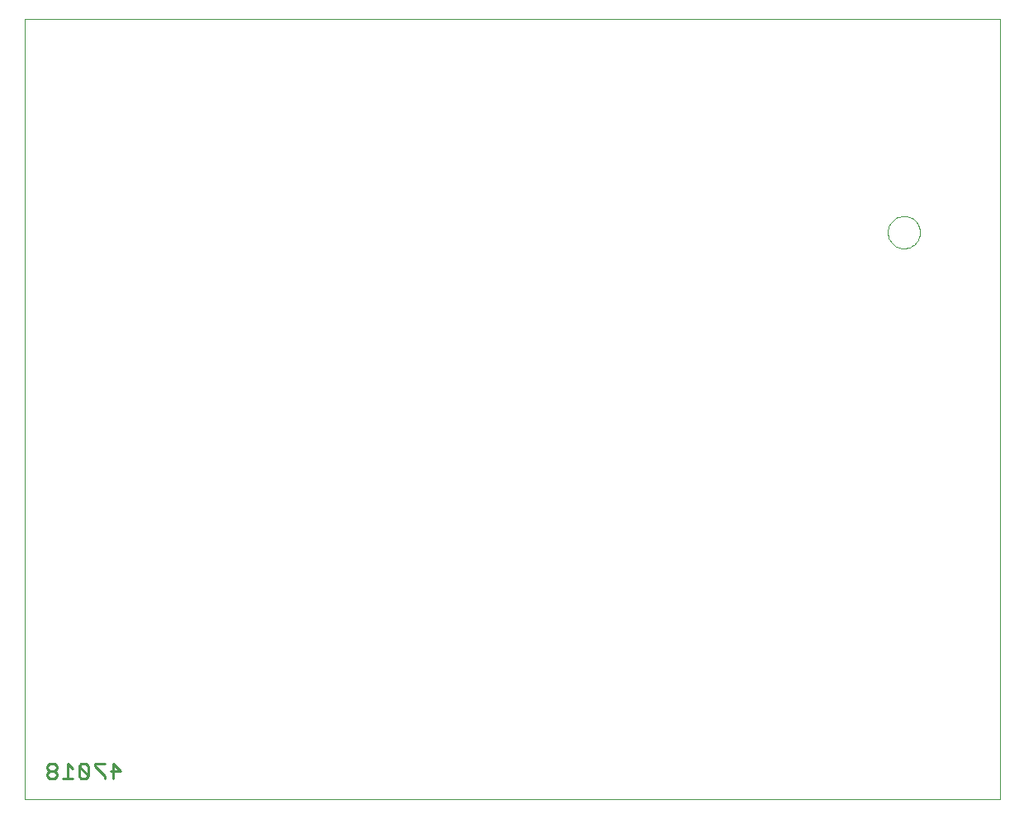
<source format=gbo>
G75*
G70*
%OFA0B0*%
%FSLAX24Y24*%
%IPPOS*%
%LPD*%
%AMOC8*
5,1,8,0,0,1.08239X$1,22.5*
%
%ADD10C,0.0000*%
%ADD11C,0.0110*%
D10*
X000100Y000100D02*
X000100Y031596D01*
X039470Y031596D01*
X039470Y000100D01*
X000100Y000100D01*
X034950Y023000D02*
X034952Y023050D01*
X034958Y023100D01*
X034968Y023150D01*
X034981Y023198D01*
X034998Y023246D01*
X035019Y023292D01*
X035043Y023336D01*
X035071Y023378D01*
X035102Y023418D01*
X035136Y023455D01*
X035173Y023490D01*
X035212Y023521D01*
X035253Y023550D01*
X035297Y023575D01*
X035343Y023597D01*
X035390Y023615D01*
X035438Y023629D01*
X035487Y023640D01*
X035537Y023647D01*
X035587Y023650D01*
X035638Y023649D01*
X035688Y023644D01*
X035738Y023635D01*
X035786Y023623D01*
X035834Y023606D01*
X035880Y023586D01*
X035925Y023563D01*
X035968Y023536D01*
X036008Y023506D01*
X036046Y023473D01*
X036081Y023437D01*
X036114Y023398D01*
X036143Y023357D01*
X036169Y023314D01*
X036192Y023269D01*
X036211Y023222D01*
X036226Y023174D01*
X036238Y023125D01*
X036246Y023075D01*
X036250Y023025D01*
X036250Y022975D01*
X036246Y022925D01*
X036238Y022875D01*
X036226Y022826D01*
X036211Y022778D01*
X036192Y022731D01*
X036169Y022686D01*
X036143Y022643D01*
X036114Y022602D01*
X036081Y022563D01*
X036046Y022527D01*
X036008Y022494D01*
X035968Y022464D01*
X035925Y022437D01*
X035880Y022414D01*
X035834Y022394D01*
X035786Y022377D01*
X035738Y022365D01*
X035688Y022356D01*
X035638Y022351D01*
X035587Y022350D01*
X035537Y022353D01*
X035487Y022360D01*
X035438Y022371D01*
X035390Y022385D01*
X035343Y022403D01*
X035297Y022425D01*
X035253Y022450D01*
X035212Y022479D01*
X035173Y022510D01*
X035136Y022545D01*
X035102Y022582D01*
X035071Y022622D01*
X035043Y022664D01*
X035019Y022708D01*
X034998Y022754D01*
X034981Y022802D01*
X034968Y022850D01*
X034958Y022900D01*
X034952Y022950D01*
X034950Y023000D01*
D11*
X003982Y001238D02*
X003588Y001238D01*
X003687Y001533D02*
X003687Y000942D01*
X003337Y000942D02*
X003337Y001041D01*
X002944Y001434D01*
X002944Y001533D01*
X003337Y001533D01*
X003687Y001533D02*
X003982Y001238D01*
X002693Y001041D02*
X002693Y001434D01*
X002594Y001533D01*
X002398Y001533D01*
X002299Y001434D01*
X002693Y001041D01*
X002594Y000942D01*
X002398Y000942D01*
X002299Y001041D01*
X002299Y001434D01*
X002048Y001336D02*
X001852Y001533D01*
X001852Y000942D01*
X002048Y000942D02*
X001655Y000942D01*
X001404Y001041D02*
X001404Y001139D01*
X001305Y001238D01*
X001109Y001238D01*
X001010Y001139D01*
X001010Y001041D01*
X001109Y000942D01*
X001305Y000942D01*
X001404Y001041D01*
X001305Y001238D02*
X001404Y001336D01*
X001404Y001434D01*
X001305Y001533D01*
X001109Y001533D01*
X001010Y001434D01*
X001010Y001336D01*
X001109Y001238D01*
M02*

</source>
